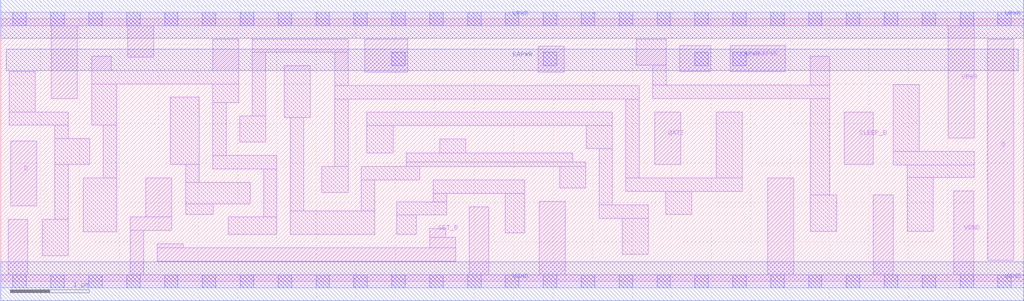
<source format=lef>
# Copyright 2020 The SkyWater PDK Authors
#
# Licensed under the Apache License, Version 2.0 (the "License");
# you may not use this file except in compliance with the License.
# You may obtain a copy of the License at
#
#     https://www.apache.org/licenses/LICENSE-2.0
#
# Unless required by applicable law or agreed to in writing, software
# distributed under the License is distributed on an "AS IS" BASIS,
# WITHOUT WARRANTIES OR CONDITIONS OF ANY KIND, either express or implied.
# See the License for the specific language governing permissions and
# limitations under the License.
#
# SPDX-License-Identifier: Apache-2.0

VERSION 5.7 ;
  NAMESCASESENSITIVE ON ;
  NOWIREEXTENSIONATPIN ON ;
  DIVIDERCHAR "/" ;
  BUSBITCHARS "[]" ;
UNITS
  DATABASE MICRONS 200 ;
END UNITS
MACRO sky130_fd_sc_lp__srdlstp_1
  CLASS CORE ;
  SOURCE USER ;
  FOREIGN sky130_fd_sc_lp__srdlstp_1 ;
  ORIGIN  0.000000  0.000000 ;
  SIZE  12.96000 BY  3.330000 ;
  SYMMETRY X Y R90 ;
  SITE unit ;
  PIN D
    ANTENNAGATEAREA  0.159000 ;
    DIRECTION INPUT ;
    USE SIGNAL ;
    PORT
      LAYER li1 ;
        RECT 0.125000 0.955000 0.455000 1.780000 ;
    END
  END D
  PIN Q
    ANTENNADIFFAREA  0.594300 ;
    DIRECTION OUTPUT ;
    USE SIGNAL ;
    PORT
      LAYER li1 ;
        RECT 12.505000 0.265000 12.835000 3.075000 ;
    END
  END Q
  PIN SET_B
    ANTENNAGATEAREA  0.409000 ;
    DIRECTION INPUT ;
    USE SIGNAL ;
    PORT
      LAYER li1 ;
        RECT 1.980000 0.255000 5.765000 0.425000 ;
        RECT 1.980000 0.425000 2.310000 0.475000 ;
        RECT 5.435000 0.425000 5.765000 0.560000 ;
        RECT 5.435000 0.560000 5.635000 0.670000 ;
    END
  END SET_B
  PIN SLEEP_B
    ANTENNAGATEAREA  0.598000 ;
    DIRECTION INPUT ;
    USE SIGNAL ;
    PORT
      LAYER li1 ;
        RECT 10.685000 1.480000 11.055000 2.150000 ;
    END
  END SLEEP_B
  PIN GATE
    ANTENNAGATEAREA  0.159000 ;
    DIRECTION INPUT ;
    USE CLOCK ;
    PORT
      LAYER li1 ;
        RECT 8.285000 1.480000 8.615000 2.150000 ;
    END
  END GATE
  PIN KAPWR
    DIRECTION INOUT ;
    USE POWER ;
    PORT
      LAYER li1 ;
        RECT 4.615000 2.655000 5.155000 3.075000 ;
        RECT 6.810000 2.655000 7.140000 2.985000 ;
        RECT 8.600000 2.660000 8.995000 2.990000 ;
        RECT 9.245000 2.660000 9.940000 2.990000 ;
      LAYER mcon ;
        RECT 4.955000 2.735000 5.125000 2.905000 ;
        RECT 6.875000 2.735000 7.045000 2.905000 ;
        RECT 8.795000 2.735000 8.965000 2.905000 ;
        RECT 9.275000 2.735000 9.445000 2.905000 ;
      LAYER met1 ;
        RECT 0.070000 2.675000 12.890000 2.945000 ;
    END
  END KAPWR
  PIN VGND
    DIRECTION INOUT ;
    USE GROUND ;
    PORT
      LAYER li1 ;
        RECT  0.000000 -0.085000 12.960000 0.085000 ;
        RECT  0.095000  0.085000  0.345000 0.785000 ;
        RECT  1.640000  0.085000  1.810000 0.645000 ;
        RECT  1.640000  0.645000  2.165000 0.815000 ;
        RECT  1.835000  0.815000  2.165000 1.310000 ;
        RECT  5.935000  0.085000  6.185000 0.945000 ;
        RECT  6.820000  0.085000  7.150000 1.015000 ;
        RECT  9.715000  0.085000 10.045000 1.310000 ;
        RECT 11.055000  0.085000 11.305000 1.095000 ;
        RECT 12.075000  0.085000 12.325000 1.145000 ;
      LAYER mcon ;
        RECT  0.155000 -0.085000  0.325000 0.085000 ;
        RECT  0.635000 -0.085000  0.805000 0.085000 ;
        RECT  1.115000 -0.085000  1.285000 0.085000 ;
        RECT  1.595000 -0.085000  1.765000 0.085000 ;
        RECT  2.075000 -0.085000  2.245000 0.085000 ;
        RECT  2.555000 -0.085000  2.725000 0.085000 ;
        RECT  3.035000 -0.085000  3.205000 0.085000 ;
        RECT  3.515000 -0.085000  3.685000 0.085000 ;
        RECT  3.995000 -0.085000  4.165000 0.085000 ;
        RECT  4.475000 -0.085000  4.645000 0.085000 ;
        RECT  4.955000 -0.085000  5.125000 0.085000 ;
        RECT  5.435000 -0.085000  5.605000 0.085000 ;
        RECT  5.915000 -0.085000  6.085000 0.085000 ;
        RECT  6.395000 -0.085000  6.565000 0.085000 ;
        RECT  6.875000 -0.085000  7.045000 0.085000 ;
        RECT  7.355000 -0.085000  7.525000 0.085000 ;
        RECT  7.835000 -0.085000  8.005000 0.085000 ;
        RECT  8.315000 -0.085000  8.485000 0.085000 ;
        RECT  8.795000 -0.085000  8.965000 0.085000 ;
        RECT  9.275000 -0.085000  9.445000 0.085000 ;
        RECT  9.755000 -0.085000  9.925000 0.085000 ;
        RECT 10.235000 -0.085000 10.405000 0.085000 ;
        RECT 10.715000 -0.085000 10.885000 0.085000 ;
        RECT 11.195000 -0.085000 11.365000 0.085000 ;
        RECT 11.675000 -0.085000 11.845000 0.085000 ;
        RECT 12.155000 -0.085000 12.325000 0.085000 ;
        RECT 12.635000 -0.085000 12.805000 0.085000 ;
      LAYER met1 ;
        RECT 0.000000 -0.245000 12.960000 0.245000 ;
    END
  END VGND
  PIN VPWR
    DIRECTION INOUT ;
    USE POWER ;
    PORT
      LAYER li1 ;
        RECT  0.000000 3.245000 12.960000 3.415000 ;
        RECT  0.640000 2.320000  0.970000 3.245000 ;
        RECT  1.610000 2.845000  1.940000 3.245000 ;
        RECT 12.005000 1.815000 12.335000 3.245000 ;
      LAYER mcon ;
        RECT  0.155000 3.245000  0.325000 3.415000 ;
        RECT  0.635000 3.245000  0.805000 3.415000 ;
        RECT  1.115000 3.245000  1.285000 3.415000 ;
        RECT  1.595000 3.245000  1.765000 3.415000 ;
        RECT  2.075000 3.245000  2.245000 3.415000 ;
        RECT  2.555000 3.245000  2.725000 3.415000 ;
        RECT  3.035000 3.245000  3.205000 3.415000 ;
        RECT  3.515000 3.245000  3.685000 3.415000 ;
        RECT  3.995000 3.245000  4.165000 3.415000 ;
        RECT  4.475000 3.245000  4.645000 3.415000 ;
        RECT  4.955000 3.245000  5.125000 3.415000 ;
        RECT  5.435000 3.245000  5.605000 3.415000 ;
        RECT  5.915000 3.245000  6.085000 3.415000 ;
        RECT  6.395000 3.245000  6.565000 3.415000 ;
        RECT  6.875000 3.245000  7.045000 3.415000 ;
        RECT  7.355000 3.245000  7.525000 3.415000 ;
        RECT  7.835000 3.245000  8.005000 3.415000 ;
        RECT  8.315000 3.245000  8.485000 3.415000 ;
        RECT  8.795000 3.245000  8.965000 3.415000 ;
        RECT  9.275000 3.245000  9.445000 3.415000 ;
        RECT  9.755000 3.245000  9.925000 3.415000 ;
        RECT 10.235000 3.245000 10.405000 3.415000 ;
        RECT 10.715000 3.245000 10.885000 3.415000 ;
        RECT 11.195000 3.245000 11.365000 3.415000 ;
        RECT 11.675000 3.245000 11.845000 3.415000 ;
        RECT 12.155000 3.245000 12.325000 3.415000 ;
        RECT 12.635000 3.245000 12.805000 3.415000 ;
      LAYER met1 ;
        RECT 0.000000 3.085000 12.960000 3.575000 ;
    END
  END VPWR
  OBS
    LAYER li1 ;
      RECT  0.105000 1.980000  0.855000 2.150000 ;
      RECT  0.105000 2.150000  0.435000 2.660000 ;
      RECT  0.525000 0.325000  0.855000 0.785000 ;
      RECT  0.685000 0.785000  0.855000 1.480000 ;
      RECT  0.685000 1.480000  1.130000 1.810000 ;
      RECT  0.685000 1.810000  0.855000 1.980000 ;
      RECT  1.045000 0.630000  1.470000 1.310000 ;
      RECT  1.150000 1.980000  1.470000 2.505000 ;
      RECT  1.150000 2.505000  3.015000 2.675000 ;
      RECT  1.150000 2.675000  1.400000 2.860000 ;
      RECT  1.300000 1.310000  1.470000 1.980000 ;
      RECT  2.145000 1.480000  2.515000 2.335000 ;
      RECT  2.345000 0.850000  2.690000 0.985000 ;
      RECT  2.345000 0.985000  3.160000 1.255000 ;
      RECT  2.345000 1.255000  2.515000 1.480000 ;
      RECT  2.685000 1.425000  3.500000 1.595000 ;
      RECT  2.685000 1.595000  2.855000 2.265000 ;
      RECT  2.685000 2.265000  3.015000 2.505000 ;
      RECT  2.685000 2.675000  3.015000 3.075000 ;
      RECT  2.880000 0.595000  3.500000 0.815000 ;
      RECT  3.025000 1.765000  3.355000 2.095000 ;
      RECT  3.185000 2.095000  3.355000 2.905000 ;
      RECT  3.185000 2.905000  4.400000 3.075000 ;
      RECT  3.330000 0.815000  3.500000 1.425000 ;
      RECT  3.590000 2.075000  3.920000 2.735000 ;
      RECT  3.670000 0.595000  4.740000 0.895000 ;
      RECT  3.670000 0.895000  3.840000 2.075000 ;
      RECT  4.070000 1.125000  4.400000 1.455000 ;
      RECT  4.230000 1.455000  4.400000 2.315000 ;
      RECT  4.230000 2.315000  8.090000 2.485000 ;
      RECT  4.230000 2.485000  4.400000 2.905000 ;
      RECT  4.570000 0.895000  4.740000 1.285000 ;
      RECT  4.570000 1.285000  5.310000 1.455000 ;
      RECT  4.640000 1.625000  4.970000 1.975000 ;
      RECT  4.640000 1.975000  7.750000 2.145000 ;
      RECT  5.015000 0.595000  5.265000 0.840000 ;
      RECT  5.015000 0.840000  5.650000 1.010000 ;
      RECT  5.140000 1.455000  7.410000 1.515000 ;
      RECT  5.140000 1.515000  7.250000 1.625000 ;
      RECT  5.480000 1.010000  5.650000 1.115000 ;
      RECT  5.480000 1.115000  6.640000 1.285000 ;
      RECT  5.560000 1.625000  5.890000 1.805000 ;
      RECT  6.390000 0.615000  6.640000 1.115000 ;
      RECT  7.080000 1.185000  7.410000 1.455000 ;
      RECT  7.420000 1.685000  7.750000 1.975000 ;
      RECT  7.580000 0.800000  8.205000 0.970000 ;
      RECT  7.580000 0.970000  7.750000 1.685000 ;
      RECT  7.875000 0.340000  8.205000 0.800000 ;
      RECT  7.920000 1.140000  9.395000 1.310000 ;
      RECT  7.920000 1.310000  8.090000 2.315000 ;
      RECT  8.050000 2.745000  8.430000 3.075000 ;
      RECT  8.260000 2.320000 10.505000 2.490000 ;
      RECT  8.260000 2.490000  8.430000 2.745000 ;
      RECT  8.425000 0.850000  8.755000 1.140000 ;
      RECT  9.065000 1.310000  9.395000 2.150000 ;
      RECT 10.255000 0.635000 10.595000 1.095000 ;
      RECT 10.255000 1.095000 10.505000 2.320000 ;
      RECT 10.255000 2.490000 10.505000 2.860000 ;
      RECT 11.310000 1.475000 12.335000 1.645000 ;
      RECT 11.310000 1.645000 11.640000 2.495000 ;
      RECT 11.485000 0.635000 11.815000 1.315000 ;
      RECT 11.485000 1.315000 12.335000 1.475000 ;
  END
END sky130_fd_sc_lp__srdlstp_1

</source>
